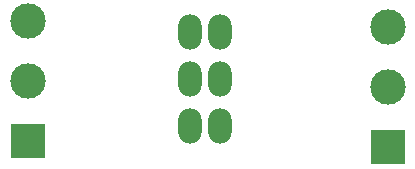
<source format=gbr>
%TF.GenerationSoftware,KiCad,Pcbnew,8.0.1*%
%TF.CreationDate,2024-09-11T08:53:59+05:45*%
%TF.ProjectId,testfootprint,74657374-666f-46f7-9470-72696e742e6b,rev?*%
%TF.SameCoordinates,Original*%
%TF.FileFunction,Copper,L1,Top*%
%TF.FilePolarity,Positive*%
%FSLAX46Y46*%
G04 Gerber Fmt 4.6, Leading zero omitted, Abs format (unit mm)*
G04 Created by KiCad (PCBNEW 8.0.1) date 2024-09-11 08:53:59*
%MOMM*%
%LPD*%
G01*
G04 APERTURE LIST*
%TA.AperFunction,ComponentPad*%
%ADD10R,3.000000X3.000000*%
%TD*%
%TA.AperFunction,ComponentPad*%
%ADD11C,3.000000*%
%TD*%
%TA.AperFunction,ComponentPad*%
%ADD12O,2.000000X3.000000*%
%TD*%
G04 APERTURE END LIST*
D10*
%TO.P,J1,1,Pin_1*%
%TO.N,Net-(J1-Pin_1)*%
X55118000Y-53340000D03*
D11*
%TO.P,J1,2,Pin_2*%
%TO.N,Net-(J1-Pin_2)*%
X55118000Y-48260000D03*
%TO.P,J1,3,Pin_3*%
%TO.N,Net-(J1-Pin_3)*%
X55118000Y-43180000D03*
%TD*%
D10*
%TO.P,J1,1,Pin_1*%
%TO.N,Net-(J1-Pin_1)*%
X24638000Y-52832000D03*
D11*
%TO.P,J1,2,Pin_2*%
%TO.N,Net-(J1-Pin_2)*%
X24638000Y-47752000D03*
%TO.P,J1,3,Pin_3*%
%TO.N,Net-(J1-Pin_3)*%
X24638000Y-42672000D03*
%TD*%
D12*
%TO.P,SW1,1,A*%
%TO.N,Net-(J1-Pin_1)*%
X38394000Y-51562000D03*
%TO.P,SW1,2,B*%
%TO.N,Net-(J1-Pin_2)*%
X38394000Y-47562000D03*
%TO.P,SW1,3,C*%
%TO.N,Net-(J1-Pin_3)*%
X38394000Y-43562000D03*
%TO.P,SW1,4*%
%TO.N,Net-(J1-Pin_1)*%
X40894000Y-51562000D03*
%TO.P,SW1,5*%
%TO.N,Net-(J1-Pin_2)*%
X40894000Y-47562000D03*
%TO.P,SW1,6*%
%TO.N,Net-(J1-Pin_3)*%
X40894000Y-43562000D03*
%TD*%
M02*

</source>
